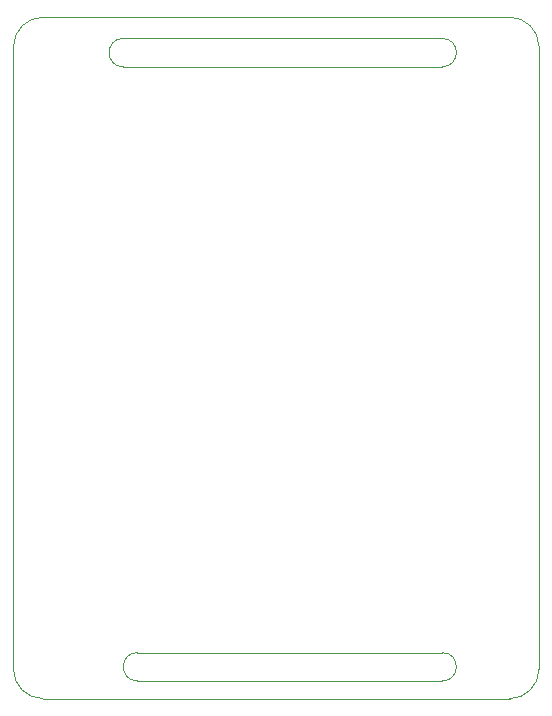
<source format=gbr>
%TF.GenerationSoftware,KiCad,Pcbnew,9.0.0*%
%TF.CreationDate,2026-01-14T19:26:19-05:00*%
%TF.ProjectId,telemetry-node,74656c65-6d65-4747-9279-2d6e6f64652e,rev?*%
%TF.SameCoordinates,Original*%
%TF.FileFunction,Profile,NP*%
%FSLAX46Y46*%
G04 Gerber Fmt 4.6, Leading zero omitted, Abs format (unit mm)*
G04 Created by KiCad (PCBNEW 9.0.0) date 2026-01-14 19:26:19*
%MOMM*%
%LPD*%
G01*
G04 APERTURE LIST*
%TA.AperFunction,Profile*%
%ADD10C,0.050000*%
%TD*%
G04 APERTURE END LIST*
D10*
X228000000Y-90982233D02*
X228000000Y-38300000D01*
X183500000Y-38300000D02*
X183500000Y-91000000D01*
X219800000Y-37600000D02*
G75*
G02*
X219800000Y-40000000I0J-1200000D01*
G01*
X192800000Y-40000000D02*
G75*
G02*
X192800000Y-37600000I0J1200000D01*
G01*
X219800000Y-40000000D02*
X192800000Y-40000000D01*
X219800000Y-92000000D02*
X194000000Y-92000000D01*
X194000000Y-92000000D02*
G75*
G02*
X194000000Y-89600000I0J1200000D01*
G01*
X219800000Y-89600000D02*
G75*
G02*
X219800000Y-92000000I0J-1200000D01*
G01*
X225500000Y-35800000D02*
G75*
G02*
X228000000Y-38300000I0J-2500000D01*
G01*
X186000000Y-93500000D02*
X225500000Y-93500000D01*
X225500000Y-35800000D02*
X186000000Y-35800000D01*
X192800000Y-37600000D02*
X219800000Y-37600000D01*
X186000000Y-93500000D02*
G75*
G02*
X183500000Y-91000000I0J2500000D01*
G01*
X194000000Y-89600000D02*
X219800000Y-89600000D01*
X183500000Y-38300000D02*
G75*
G02*
X186000000Y-35800000I2500000J0D01*
G01*
X227999937Y-90982233D02*
G75*
G02*
X225500000Y-93500000I-2499937J-17767D01*
G01*
M02*

</source>
